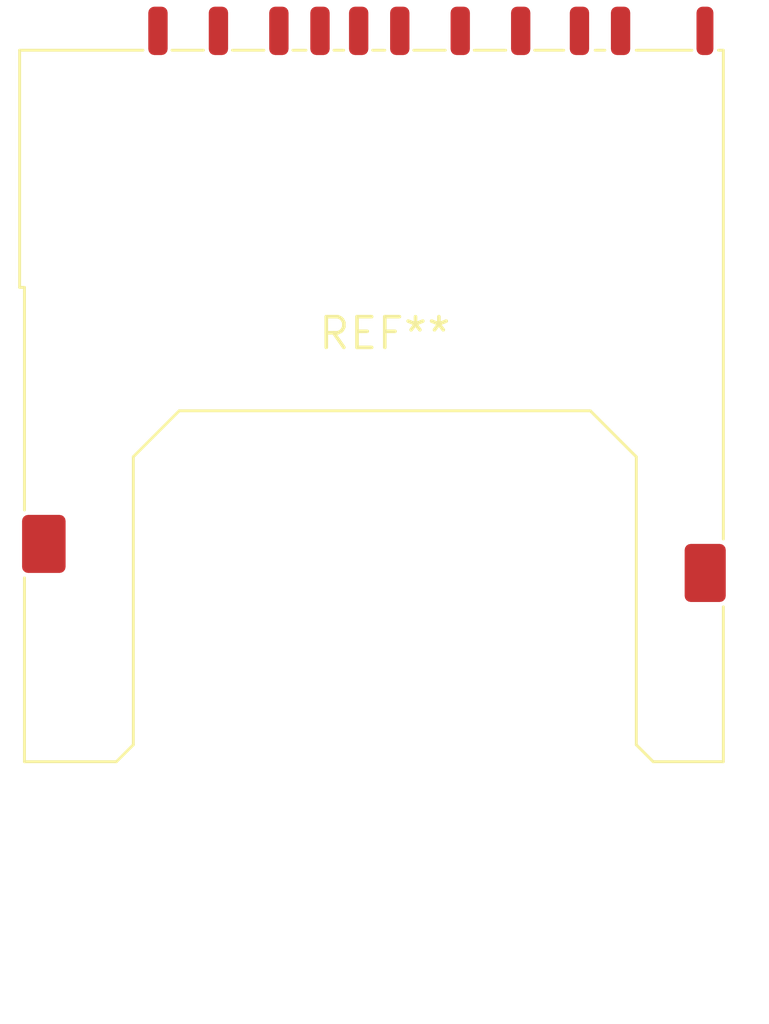
<source format=kicad_pcb>
(kicad_pcb (version 20240108) (generator pcbnew)
  (layers (0 "F.Cu" signal) (31 "B.Cu" signal) (34 "B.Paste" user) (35 "F.Paste" user) (36 "B.SilkS" user "B.Silkscreen") (37 "F.SilkS" user "F.Silkscreen") (38 "B.Mask" user) (39 "F.Mask" user) (44 "Edge.Cuts" user))
  (net 0 "")
  (footprint "SD_Kyocera_145638109511859+" (layer "F.Cu") (at 0 0)
    (property "Reference" "REF**")
    (property "Value" "SD_Kyocera_145638109511859+")
    (fp_line (start -15.1 -11.7) (end -10 -11.7) (layer "F.SilkS") (stroke (width 0.12)))
    (fp_line (start -15.1 -1.9) (end -15.1 -11.7) (layer "F.SilkS") (stroke (width 0.12)))
    (fp_line (start -14.9 -1.9) (end -15.1 -1.9) (layer "F.SilkS") (stroke (width 0.12)))
    (fp_line (start -14.9 -1.9) (end -14.9 7.3) (layer "F.SilkS") (stroke (width 0.12)))
    (fp_line (start -14.9 10.1) (end -14.9 17.7) (layer "F.SilkS") (stroke (width 0.12)))
    (fp_line (start -14.9 17.7) (end -11.1 17.7) (layer "F.SilkS") (stroke (width 0.12)))
    (fp_line (start -10.4 17) (end -11.1 17.7) (layer "F.SilkS") (stroke (width 0.12)))
    (fp_line (start -10.4 17) (end -10.4 5.1) (layer "F.SilkS") (stroke (width 0.12)))
    (fp_line (start -8.8 -11.7) (end -7.5 -11.7) (layer "F.SilkS") (stroke (width 0.12)))
    (fp_line (start -8.5 3.2) (end -10.4 5.1) (layer "F.SilkS") (stroke (width 0.12)))
    (fp_line (start -6.3 -11.7) (end -5 -11.7) (layer "F.SilkS") (stroke (width 0.12)))
    (fp_line (start -3.8 -11.7) (end -3.26 -11.7) (layer "F.SilkS") (stroke (width 0.12)))
    (fp_line (start -2.1 -11.7) (end -1.7 -11.7) (layer "F.SilkS") (stroke (width 0.12)))
    (fp_line (start -0.5 -11.7) (end 0 -11.7) (layer "F.SilkS") (stroke (width 0.12)))
    (fp_line (start 1.2 -11.7) (end 2.5 -11.7) (layer "F.SilkS") (stroke (width 0.12)))
    (fp_line (start 3.7 -11.7) (end 5 -11.7) (layer "F.SilkS") (stroke (width 0.12)))
    (fp_line (start 6.2 -11.7) (end 7.4 -11.7) (layer "F.SilkS") (stroke (width 0.12)))
    (fp_line (start 8.5 3.2) (end -8.5 3.2) (layer "F.SilkS") (stroke (width 0.12)))
    (fp_line (start 8.5 3.2) (end 10.4 5.1) (layer "F.SilkS") (stroke (width 0.12)))
    (fp_line (start 8.7 -11.7) (end 9.1 -11.7) (layer "F.SilkS") (stroke (width 0.12)))
    (fp_line (start 10.4 -11.7) (end 12.7 -11.7) (layer "F.SilkS") (stroke (width 0.12)))
    (fp_line (start 10.4 17) (end 10.4 5.1) (layer "F.SilkS") (stroke (width 0.12)))
    (fp_line (start 10.4 17) (end 11.1 17.7) (layer "F.SilkS") (stroke (width 0.12)))
    (fp_line (start 13.8 -11.7) (end 14 -11.7) (layer "F.SilkS") (stroke (width 0.12)))
    (fp_line (start 14 -11.7) (end 14 8.5) (layer "F.SilkS") (stroke (width 0.12)))
    (fp_line (start 14 11.3) (end 14 17.7) (layer "F.SilkS") (stroke (width 0.12)))
    (fp_line (start 14 17.7) (end 11.1 17.7) (layer "F.SilkS") (stroke (width 0.12)))
    (pad "" np_thru_hole circle (at -12.1 12 180) (size 1.5 1.5) (drill 1.5) (layers *.Cu *.Mask))
    (pad "" np_thru_hole circle (at 12.1 12 180) (size 1.5 1.5) (drill 1.5) (layers *.Cu *.Mask))
    (pad "1" smd roundrect (at -6.88 -12.5) (size 0.8 2) (layers "F.Cu" "F.Paste" "F.Mask") (roundrect_rratio 0.313))
    (pad "2" smd roundrect (at -4.38 -12.5) (size 0.8 2) (layers "F.Cu" "F.Paste" "F.Mask") (roundrect_rratio 0.313))
    (pad "3" smd roundrect (at -1.08 -12.5) (size 0.8 2) (layers "F.Cu" "F.Paste" "F.Mask") (roundrect_rratio 0.313))
    (pad "4" smd roundrect (at 0.62 -12.5) (size 0.8 2) (layers "F.Cu" "F.Paste" "F.Mask") (roundrect_rratio 0.313))
    (pad "5" smd roundrect (at 3.12 -12.5) (size 0.8 2) (layers "F.Cu" "F.Paste" "F.Mask") (roundrect_rratio 0.313))
    (pad "6" smd roundrect (at 5.62 -12.5) (size 0.8 2) (layers "F.Cu" "F.Paste" "F.Mask") (roundrect_rratio 0.313))
    (pad "7" smd roundrect (at 8.05 -12.5) (size 0.8 2) (layers "F.Cu" "F.Paste" "F.Mask") (roundrect_rratio 0.313))
    (pad "8" smd roundrect (at 9.75 -12.5) (size 0.8 2) (layers "F.Cu" "F.Paste" "F.Mask") (roundrect_rratio 0.313))
    (pad "9" smd roundrect (at -9.38 -12.5) (size 0.8 2) (layers "F.Cu" "F.Paste" "F.Mask") (roundrect_rratio 0.313))
    (pad "10" smd roundrect (at -2.68 -12.5) (size 0.8 2) (layers "F.Cu" "F.Paste" "F.Mask") (roundrect_rratio 0.313))
    (pad "11" smd roundrect (at 13.24 -12.5) (size 0.7 2) (layers "F.Cu" "F.Paste" "F.Mask") (roundrect_rratio 0.357))
    (pad "12" smd roundrect (at 13.25 9.9) (size 1.7 2.4) (layers "F.Cu" "F.Paste" "F.Mask") (roundrect_rratio 0.147))
    (pad "13" smd roundrect (at -14.1 8.7) (size 1.8 2.4) (layers "F.Cu" "F.Paste" "F.Mask") (roundrect_rratio 0.139))
  )
)
</source>
